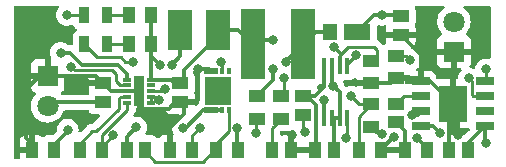
<source format=gbr>
%TF.GenerationSoftware,KiCad,Pcbnew,(6.0.2)*%
%TF.CreationDate,2022-03-10T12:52:18+01:00*%
%TF.ProjectId,SolarCharger,536f6c61-7243-4686-9172-6765722e6b69,rev?*%
%TF.SameCoordinates,Original*%
%TF.FileFunction,Copper,L1,Top*%
%TF.FilePolarity,Positive*%
%FSLAX46Y46*%
G04 Gerber Fmt 4.6, Leading zero omitted, Abs format (unit mm)*
G04 Created by KiCad (PCBNEW (6.0.2)) date 2022-03-10 12:52:18*
%MOMM*%
%LPD*%
G01*
G04 APERTURE LIST*
%TA.AperFunction,SMDPad,CuDef*%
%ADD10R,1.000000X1.450000*%
%TD*%
%TA.AperFunction,SMDPad,CuDef*%
%ADD11R,1.470000X1.020000*%
%TD*%
%TA.AperFunction,SMDPad,CuDef*%
%ADD12R,1.020000X1.470000*%
%TD*%
%TA.AperFunction,SMDPad,CuDef*%
%ADD13R,2.300000X1.400000*%
%TD*%
%TA.AperFunction,SMDPad,CuDef*%
%ADD14R,1.250000X1.400000*%
%TD*%
%TA.AperFunction,SMDPad,CuDef*%
%ADD15R,2.000000X3.500000*%
%TD*%
%TA.AperFunction,SMDPad,CuDef*%
%ADD16R,0.700000X0.300000*%
%TD*%
%TA.AperFunction,SMDPad,CuDef*%
%ADD17R,0.940000X2.500000*%
%TD*%
%TA.AperFunction,SMDPad,CuDef*%
%ADD18R,1.200000X0.500000*%
%TD*%
%TA.AperFunction,SMDPad,CuDef*%
%ADD19R,0.400000X0.500000*%
%TD*%
%TA.AperFunction,SMDPad,CuDef*%
%ADD20R,2.210000X2.400000*%
%TD*%
%TA.AperFunction,SMDPad,CuDef*%
%ADD21R,0.450000X1.400000*%
%TD*%
%TA.AperFunction,SMDPad,CuDef*%
%ADD22R,1.525000X0.650000*%
%TD*%
%TA.AperFunction,SMDPad,CuDef*%
%ADD23R,2.400000X3.100000*%
%TD*%
%TA.AperFunction,ComponentPad*%
%ADD24R,1.800000X1.800000*%
%TD*%
%TA.AperFunction,ComponentPad*%
%ADD25C,1.800000*%
%TD*%
%TA.AperFunction,SMDPad,CuDef*%
%ADD26R,2.010000X6.000000*%
%TD*%
%TA.AperFunction,SMDPad,CuDef*%
%ADD27R,0.900000X1.400000*%
%TD*%
%TA.AperFunction,SMDPad,CuDef*%
%ADD28R,1.450000X1.000000*%
%TD*%
%TA.AperFunction,ViaPad*%
%ADD29C,0.800000*%
%TD*%
%TA.AperFunction,Conductor*%
%ADD30C,0.300000*%
%TD*%
%TA.AperFunction,Conductor*%
%ADD31C,0.250000*%
%TD*%
G04 APERTURE END LIST*
D10*
%TO.P,R6,1*%
%TO.N,Net-(IC2-Pad5)*%
X94750000Y-53700000D03*
%TO.P,R6,2*%
%TO.N,gnd*%
X92850000Y-53700000D03*
%TD*%
D11*
%TO.P,C1,1*%
%TO.N,gnd*%
X87200000Y-48100000D03*
%TO.P,C1,2*%
%TO.N,Vin+*%
X87200000Y-49700000D03*
%TD*%
D12*
%TO.P,C2,1*%
%TO.N,BAT-*%
X89180000Y-53700000D03*
%TO.P,C2,2*%
%TO.N,Net-(C2-Pad2)*%
X90780000Y-53700000D03*
%TD*%
D11*
%TO.P,C3,1*%
%TO.N,BAT+*%
X93720000Y-48100000D03*
%TO.P,C3,2*%
%TO.N,gnd*%
X93720000Y-49700000D03*
%TD*%
D12*
%TO.P,C4,1*%
%TO.N,gnd*%
X103100000Y-53700000D03*
%TO.P,C4,2*%
%TO.N,Net-(C4-Pad2)*%
X101500000Y-53700000D03*
%TD*%
%TO.P,C5,1*%
%TO.N,gnd*%
X105100000Y-53700000D03*
%TO.P,C5,2*%
%TO.N,BAT+*%
X106700000Y-53700000D03*
%TD*%
D11*
%TO.P,C6,1*%
%TO.N,gnd*%
X112000000Y-51400000D03*
%TO.P,C6,2*%
%TO.N,Net-(C6-Pad2)*%
X112000000Y-49800000D03*
%TD*%
%TO.P,C7,1*%
%TO.N,gnd*%
X104140000Y-49190000D03*
%TO.P,C7,2*%
%TO.N,Net-(C7-Pad2)*%
X104140000Y-50790000D03*
%TD*%
D12*
%TO.P,C8,1*%
%TO.N,gnd*%
X116500000Y-53700000D03*
%TO.P,C8,2*%
%TO.N,5V*%
X118100000Y-53700000D03*
%TD*%
D11*
%TO.P,C9,1*%
%TO.N,gnd*%
X112400000Y-44000000D03*
%TO.P,C9,2*%
%TO.N,5V_BF*%
X112400000Y-42400000D03*
%TD*%
D13*
%TO.P,D1,1*%
%TO.N,5V_BF*%
X108700000Y-43700000D03*
D14*
%TO.P,D1,2*%
%TO.N,Net-(D1-Pad2)*%
X106375000Y-43700000D03*
%TD*%
D15*
%TO.P,H1,1,1*%
%TO.N,BAT+*%
X96900000Y-43600000D03*
%TD*%
%TO.P,H2,1,1*%
%TO.N,BAT-*%
X93700000Y-43600000D03*
%TD*%
D16*
%TO.P,IC1,1,VBUS*%
%TO.N,Vin+*%
X89250000Y-47767500D03*
%TO.P,IC1,2,ISET*%
%TO.N,Net-(IC1-Pad2)*%
X89250000Y-48267500D03*
%TO.P,IC1,3,VSS*%
%TO.N,gnd*%
X89250000Y-48767500D03*
%TO.P,IC1,4,VTSB*%
%TO.N,Net-(IC1-Pad4)*%
X89250000Y-49267500D03*
%TO.P,IC1,5,TS*%
%TO.N,Net-(IC1-Pad5)*%
X89250000Y-49767500D03*
%TO.P,IC1,6,~{PG}*%
%TO.N,Net-(IC1-Pad6)*%
X91250000Y-49767500D03*
%TO.P,IC1,7,~{EN}*%
X91250000Y-49267500D03*
%TO.P,IC1,8,~{CHG}*%
%TO.N,Net-(IC1-Pad8)*%
X91250000Y-48767500D03*
%TO.P,IC1,9,VDPM*%
%TO.N,unconnected-(IC1-Pad9)*%
X91250000Y-48267500D03*
%TO.P,IC1,10,BAT*%
%TO.N,BAT+*%
X91250000Y-47767500D03*
D17*
%TO.P,IC1,11,EP*%
%TO.N,gnd*%
X90250000Y-48767500D03*
%TD*%
D18*
%TO.P,IC2,1,S1*%
%TO.N,BAT-*%
X96350000Y-50380000D03*
D19*
%TO.P,IC2,2,VSS*%
X97300000Y-50380000D03*
%TO.P,IC2,3,VDD*%
%TO.N,Net-(C2-Pad2)*%
X97850000Y-50380000D03*
%TO.P,IC2,4,NC*%
%TO.N,unconnected-(IC2-Pad4)*%
X97850000Y-47080000D03*
%TO.P,IC2,5,VM*%
%TO.N,Net-(IC2-Pad5)*%
X97300000Y-47080000D03*
D18*
%TO.P,IC2,6,S2*%
%TO.N,gnd*%
X96350000Y-47080000D03*
D20*
%TO.P,IC2,7,EP*%
%TO.N,unconnected-(IC2-Pad7)*%
X96900000Y-48730000D03*
%TD*%
D21*
%TO.P,IC3,1,COMP*%
%TO.N,Net-(IC3-Pad1)*%
X107875000Y-46600000D03*
%TO.P,IC3,2,FB*%
%TO.N,Net-(IC3-Pad2)*%
X107225000Y-46600000D03*
%TO.P,IC3,3,EN*%
%TO.N,BAT+*%
X106575000Y-46600000D03*
%TO.P,IC3,4,PGND*%
%TO.N,gnd*%
X105925000Y-46600000D03*
%TO.P,IC3,5,SW*%
%TO.N,Net-(D1-Pad2)*%
X105925000Y-51000000D03*
%TO.P,IC3,6,IN*%
%TO.N,BAT+*%
X106575000Y-51000000D03*
%TO.P,IC3,7,FREQ*%
X107225000Y-51000000D03*
%TO.P,IC3,8,SS*%
%TO.N,Net-(C7-Pad2)*%
X107875000Y-51000000D03*
%TD*%
D22*
%TO.P,IC4,1,GND_1*%
%TO.N,gnd*%
X114088000Y-47895000D03*
%TO.P,IC4,2,DVDT*%
%TO.N,Net-(C6-Pad2)*%
X114088000Y-49165000D03*
%TO.P,IC4,3,EN/UVLO*%
%TO.N,Net-(IC4-Pad3)*%
X114088000Y-50435000D03*
%TO.P,IC4,4,IN*%
%TO.N,5V_BF*%
X114088000Y-51705000D03*
%TO.P,IC4,5,OUT*%
%TO.N,5V*%
X119512000Y-51705000D03*
%TO.P,IC4,6,~{FLT}*%
%TO.N,unconnected-(IC4-Pad6)*%
X119512000Y-50435000D03*
%TO.P,IC4,7,ILM*%
%TO.N,Net-(IC4-Pad7)*%
X119512000Y-49165000D03*
%TO.P,IC4,8,OVLO/OVCSEL*%
%TO.N,Net-(IC4-Pad8)*%
X119512000Y-47895000D03*
D23*
%TO.P,IC4,9,GND_2*%
%TO.N,gnd*%
X116800000Y-49800000D03*
%TD*%
D24*
%TO.P,J1,1,1*%
%TO.N,gnd*%
X82500000Y-47460000D03*
D25*
%TO.P,J1,2,2*%
%TO.N,Vin+*%
X82500000Y-50000000D03*
%TD*%
D24*
%TO.P,J2,1,1*%
%TO.N,gnd*%
X116900000Y-45400000D03*
D25*
%TO.P,J2,2,2*%
%TO.N,5V*%
X116900000Y-42860000D03*
%TD*%
D26*
%TO.P,L1,1*%
%TO.N,Net-(D1-Pad2)*%
X104150000Y-44800000D03*
%TO.P,L1,2*%
%TO.N,BAT+*%
X99850000Y-44800000D03*
%TD*%
D27*
%TO.P,LED1,1*%
%TO.N,Net-(IC1-Pad8)*%
X85600000Y-44800000D03*
%TO.P,LED1,2*%
%TO.N,Net-(LED1-Pad2)*%
X87500000Y-44800000D03*
%TD*%
%TO.P,LED2,1*%
%TO.N,Net-(IC1-Pad6)*%
X85600000Y-42300000D03*
%TO.P,LED2,2*%
%TO.N,Net-(LED2-Pad2)*%
X87500000Y-42300000D03*
%TD*%
D10*
%TO.P,R1,1*%
%TO.N,gnd*%
X81150000Y-53700000D03*
%TO.P,R1,2*%
%TO.N,Net-(IC1-Pad2)*%
X83050000Y-53700000D03*
%TD*%
%TO.P,R2,1*%
%TO.N,Net-(IC1-Pad4)*%
X85210000Y-53700000D03*
%TO.P,R2,2*%
%TO.N,Net-(IC1-Pad5)*%
X87110000Y-53700000D03*
%TD*%
%TO.P,R3,1*%
%TO.N,BAT+*%
X98650000Y-53700000D03*
%TO.P,R3,2*%
%TO.N,Net-(C2-Pad2)*%
X96750000Y-53700000D03*
%TD*%
%TO.P,R4,1*%
%TO.N,BAT+*%
X91250000Y-44800000D03*
%TO.P,R4,2*%
%TO.N,Net-(LED1-Pad2)*%
X89350000Y-44800000D03*
%TD*%
%TO.P,R5,1*%
%TO.N,BAT+*%
X91250000Y-42300000D03*
%TO.P,R5,2*%
%TO.N,Net-(LED2-Pad2)*%
X89350000Y-42300000D03*
%TD*%
D28*
%TO.P,R7,1*%
%TO.N,Net-(IC3-Pad1)*%
X102220000Y-49200000D03*
%TO.P,R7,2*%
%TO.N,Net-(C4-Pad2)*%
X102220000Y-51100000D03*
%TD*%
%TO.P,R8,1*%
%TO.N,5V_BF*%
X100200000Y-49200000D03*
%TO.P,R8,2*%
%TO.N,Net-(IC3-Pad2)*%
X100200000Y-51100000D03*
%TD*%
%TO.P,R9,1*%
%TO.N,Net-(IC3-Pad2)*%
X109900000Y-46200000D03*
%TO.P,R9,2*%
%TO.N,gnd*%
X109900000Y-48100000D03*
%TD*%
%TO.P,R10,1*%
%TO.N,5V_BF*%
X109900000Y-51750000D03*
%TO.P,R10,2*%
%TO.N,Net-(IC4-Pad3)*%
X109900000Y-49850000D03*
%TD*%
D10*
%TO.P,R11,1*%
%TO.N,Net-(IC4-Pad3)*%
X108850000Y-53700000D03*
%TO.P,R11,2*%
%TO.N,gnd*%
X110750000Y-53700000D03*
%TD*%
D28*
%TO.P,R12,1*%
%TO.N,Net-(IC4-Pad8)*%
X112000000Y-45750000D03*
%TO.P,R12,2*%
%TO.N,gnd*%
X112000000Y-47650000D03*
%TD*%
D10*
%TO.P,R13,1*%
%TO.N,Net-(IC4-Pad7)*%
X114650000Y-53700000D03*
%TO.P,R13,2*%
%TO.N,gnd*%
X112750000Y-53700000D03*
%TD*%
D29*
%TO.N,Vin+*%
X83600000Y-45500000D03*
%TO.N,gnd*%
X103200000Y-52500000D03*
X95200000Y-46900000D03*
X111800000Y-52600000D03*
X117200000Y-52500000D03*
%TO.N,BAT-*%
X93000000Y-46500000D03*
X93930331Y-51830331D03*
X90000000Y-51825000D03*
%TO.N,BAT+*%
X98550001Y-51895735D03*
X101600000Y-44400000D03*
X106675000Y-48289369D03*
X92000000Y-46500000D03*
%TO.N,Net-(C7-Pad2)*%
X107737764Y-52679577D03*
X104300000Y-52200000D03*
%TO.N,5V*%
X119600000Y-53100000D03*
%TO.N,5V_BF*%
X110800000Y-42300000D03*
X101600000Y-46900000D03*
X110800000Y-52374998D03*
X115750000Y-52300000D03*
%TO.N,Net-(D1-Pad2)*%
X102700000Y-46300000D03*
X105900000Y-49500000D03*
%TO.N,Net-(IC1-Pad8)*%
X89736401Y-46263599D03*
X92400000Y-48600000D03*
%TO.N,Net-(IC1-Pad6)*%
X84100000Y-42300000D03*
X91964998Y-49517501D03*
%TO.N,Net-(IC1-Pad5)*%
X88069998Y-52500000D03*
%TO.N,Net-(IC1-Pad2)*%
X84200000Y-52000000D03*
X84500000Y-46710000D03*
%TO.N,Net-(IC2-Pad5)*%
X97147624Y-46263478D03*
X95400000Y-51830332D03*
%TO.N,Net-(IC3-Pad2)*%
X100100000Y-52300000D03*
X106700000Y-45000000D03*
%TO.N,Net-(IC3-Pad1)*%
X108574998Y-45725000D03*
X102544998Y-47600000D03*
%TO.N,Net-(IC4-Pad8)*%
X119600000Y-46900000D03*
X113200000Y-46100000D03*
%TO.N,Net-(IC4-Pad7)*%
X118149498Y-47668922D03*
X113786658Y-52706671D03*
%TO.N,Net-(IC4-Pad3)*%
X108200000Y-49200000D03*
X113327531Y-50779998D03*
%TD*%
D30*
%TO.N,Vin+*%
X89250000Y-47317500D02*
X88442482Y-46509982D01*
X85409984Y-46509982D02*
X84400002Y-45500000D01*
X82800000Y-49700000D02*
X82500000Y-50000000D01*
X87200000Y-49700000D02*
X82800000Y-49700000D01*
X89250000Y-47767500D02*
X89250000Y-47317500D01*
X84400002Y-45500000D02*
X83600000Y-45500000D01*
X88442482Y-46509982D02*
X85409984Y-46509982D01*
%TO.N,gnd*%
X95035000Y-49700000D02*
X95200000Y-49535000D01*
X93500000Y-51200000D02*
X94000000Y-50700000D01*
X90619999Y-50267501D02*
X90250000Y-49897502D01*
X92732499Y-50267501D02*
X91967501Y-50267501D01*
X104489998Y-49200000D02*
X104100000Y-49200000D01*
X105925000Y-48410000D02*
X105135000Y-49200000D01*
X105185001Y-49895003D02*
X104489998Y-49200000D01*
X93500000Y-51200000D02*
X93300000Y-51200000D01*
X110750000Y-53650000D02*
X111800000Y-52600000D01*
X93300000Y-49700000D02*
X92732499Y-50267501D01*
X91967501Y-50267501D02*
X90619999Y-50267501D01*
X91400000Y-50400000D02*
X90500000Y-50400000D01*
X105135000Y-49200000D02*
X104100000Y-49200000D01*
X93300000Y-49700000D02*
X94335000Y-49700000D01*
X112750000Y-53700000D02*
X112750000Y-52150000D01*
X80700000Y-48600000D02*
X80700000Y-52750000D01*
X92100000Y-51100000D02*
X91400000Y-50400000D01*
X95200000Y-46900000D02*
X96170000Y-46900000D01*
X117200000Y-52500000D02*
X117200000Y-50200000D01*
X116800000Y-49800000D02*
X114895000Y-47895000D01*
X116800000Y-45500000D02*
X116900000Y-45400000D01*
X94000000Y-49700000D02*
X95035000Y-49700000D01*
X105100000Y-53700000D02*
X105185001Y-53614999D01*
X112000000Y-47650000D02*
X113843000Y-47650000D01*
X103100000Y-53700000D02*
X103100000Y-52600000D01*
X105925000Y-46600000D02*
X105925000Y-48410000D01*
X80700000Y-52750000D02*
X81150000Y-53200000D01*
X114376000Y-45400000D02*
X114088000Y-45688000D01*
X92850000Y-53200000D02*
X92850000Y-51850000D01*
X116900000Y-45400000D02*
X114376000Y-45400000D01*
X105185001Y-53614999D02*
X105185001Y-49895003D01*
X116800000Y-49800000D02*
X116800000Y-45500000D01*
X94000000Y-50700000D02*
X94000000Y-49700000D01*
X114895000Y-47895000D02*
X114088000Y-47895000D01*
X93200000Y-51100000D02*
X92100000Y-51100000D01*
X117200000Y-50200000D02*
X116800000Y-49800000D01*
X81840000Y-47460000D02*
X80700000Y-48600000D01*
X116500000Y-50100000D02*
X116800000Y-49800000D01*
X90250000Y-49897502D02*
X90250000Y-48767500D01*
X82500000Y-47460000D02*
X86560000Y-47460000D01*
X82500000Y-47460000D02*
X81840000Y-47460000D01*
X116500000Y-53700000D02*
X116500000Y-50100000D01*
X109900000Y-48100000D02*
X111550000Y-48100000D01*
X91967501Y-50267501D02*
X92200000Y-50500000D01*
X91835002Y-50400000D02*
X91967501Y-50267501D01*
X110750000Y-53700000D02*
X110750000Y-53650000D01*
X86560000Y-47460000D02*
X87200000Y-48100000D01*
X95200000Y-49535000D02*
X95200000Y-46900000D01*
X90250000Y-48767500D02*
X89250000Y-48767500D01*
X114088000Y-47895000D02*
X114088000Y-45688000D01*
X93300000Y-51200000D02*
X93200000Y-51100000D01*
X114088000Y-45688000D02*
X112400000Y-44000000D01*
X112750000Y-52150000D02*
X112000000Y-51400000D01*
X113843000Y-47650000D02*
X114088000Y-47895000D01*
X89250000Y-48767500D02*
X87867500Y-48767500D01*
X103100000Y-52600000D02*
X103200000Y-52500000D01*
X87867500Y-48767500D02*
X87200000Y-48100000D01*
X91400000Y-50400000D02*
X91835002Y-50400000D01*
X96170000Y-46900000D02*
X96350000Y-47080000D01*
X111550000Y-48100000D02*
X112000000Y-47650000D01*
X105100000Y-53700000D02*
X103100000Y-53700000D01*
X112750000Y-53700000D02*
X110750000Y-53700000D01*
X92850000Y-51850000D02*
X93500000Y-51200000D01*
D31*
%TO.N,Net-(C2-Pad2)*%
X95640000Y-54710000D02*
X96690001Y-53659999D01*
X97850000Y-50650000D02*
X97825001Y-50674999D01*
X91575001Y-54710000D02*
X95624999Y-54710000D01*
X97825001Y-50674999D02*
X97825001Y-52124999D01*
X97850000Y-50380000D02*
X97850000Y-50650000D01*
X90699999Y-53839999D02*
X91570000Y-54710000D01*
X97825001Y-52124999D02*
X96750000Y-53200000D01*
D30*
%TO.N,BAT-*%
X96350000Y-50380000D02*
X95620000Y-50380000D01*
X90000000Y-51825000D02*
X89180000Y-52645000D01*
X97300000Y-50380000D02*
X96350000Y-50380000D01*
X95620000Y-50380000D02*
X94169669Y-51830331D01*
X94169669Y-51830331D02*
X93930331Y-51830331D01*
X93700000Y-45800000D02*
X93000000Y-46500000D01*
X89180000Y-52645000D02*
X89180000Y-53200000D01*
X93700000Y-43600000D02*
X93700000Y-45800000D01*
%TO.N,BAT+*%
X107225000Y-51000000D02*
X107225000Y-48839369D01*
X91250000Y-42300000D02*
X91250000Y-44800000D01*
X94000000Y-48100000D02*
X94000000Y-46989998D01*
X91250000Y-47767500D02*
X92967500Y-47767500D01*
X94000000Y-46989998D02*
X96900000Y-44089998D01*
X107225000Y-48839369D02*
X106675000Y-48289369D01*
X93300000Y-48100000D02*
X93600000Y-48100000D01*
X98650000Y-43600000D02*
X99850000Y-44800000D01*
X96900000Y-44089998D02*
X96900000Y-43600000D01*
X106575000Y-48189369D02*
X106675000Y-48289369D01*
X91250000Y-44800000D02*
X91250000Y-47767500D01*
X106575000Y-46600000D02*
X106575000Y-48189369D01*
X106700000Y-53700000D02*
X106700000Y-51125000D01*
X96900000Y-43600000D02*
X98650000Y-43600000D01*
X92967500Y-47767500D02*
X93300000Y-48100000D01*
X101600000Y-44400000D02*
X100250000Y-44400000D01*
X107225000Y-51000000D02*
X106575000Y-51000000D01*
X91250000Y-44800000D02*
X91250000Y-45750000D01*
X91250000Y-45750000D02*
X92000000Y-46500000D01*
X100250000Y-44400000D02*
X99850000Y-44800000D01*
X106700000Y-51125000D02*
X106575000Y-51000000D01*
X98550001Y-51895735D02*
X98550001Y-53100001D01*
X98550001Y-53100001D02*
X98650000Y-53200000D01*
D31*
%TO.N,Net-(C4-Pad2)*%
X102300000Y-51100000D02*
X101500000Y-51900000D01*
X101500000Y-51900000D02*
X101500000Y-53700000D01*
%TO.N,Net-(C6-Pad2)*%
X112635000Y-49165000D02*
X112000000Y-49800000D01*
X114088000Y-49165000D02*
X112635000Y-49165000D01*
%TO.N,Net-(C7-Pad2)*%
X107875000Y-52542341D02*
X107875000Y-51000000D01*
X104100000Y-52000000D02*
X104300000Y-52200000D01*
X107737764Y-52679577D02*
X107875000Y-52542341D01*
X104100000Y-50800000D02*
X104100000Y-52000000D01*
D30*
%TO.N,5V*%
X119512000Y-51705000D02*
X119512000Y-53012000D01*
X119512000Y-53012000D02*
X119600000Y-53100000D01*
X118100000Y-53117000D02*
X119512000Y-51705000D01*
X118100000Y-53700000D02*
X118100000Y-53117000D01*
%TO.N,5V_BF*%
X100200000Y-49200000D02*
X101600000Y-47800000D01*
X112300000Y-42300000D02*
X112400000Y-42400000D01*
X110524998Y-52374998D02*
X109900000Y-51750000D01*
X110800000Y-52374998D02*
X110524998Y-52374998D01*
X110800000Y-42300000D02*
X110100000Y-42300000D01*
X115155000Y-51705000D02*
X115750000Y-52300000D01*
X114088000Y-51705000D02*
X115155000Y-51705000D01*
X110100000Y-42300000D02*
X108700000Y-43700000D01*
X101600000Y-47800000D02*
X101600000Y-46900000D01*
X110800000Y-42300000D02*
X112300000Y-42300000D01*
%TO.N,Net-(D1-Pad2)*%
X106375000Y-43700000D02*
X105250000Y-43700000D01*
X102700000Y-46250000D02*
X104150000Y-44800000D01*
X105925000Y-49525000D02*
X105900000Y-49500000D01*
X105925000Y-51000000D02*
X105925000Y-49525000D01*
X102700000Y-46300000D02*
X102700000Y-46250000D01*
X105250000Y-43700000D02*
X104150000Y-44800000D01*
D31*
%TO.N,Net-(IC1-Pad8)*%
X92232500Y-48767500D02*
X92400000Y-48600000D01*
X89063599Y-46263599D02*
X88700000Y-45900000D01*
X89736401Y-46263599D02*
X89063599Y-46263599D01*
X88700000Y-45900000D02*
X86700000Y-45900000D01*
X91250000Y-48767500D02*
X92232500Y-48767500D01*
X86700000Y-45900000D02*
X86400000Y-45600000D01*
X86400000Y-45600000D02*
X85600000Y-44800000D01*
%TO.N,Net-(IC1-Pad6)*%
X84100000Y-42300000D02*
X85600000Y-42300000D01*
X91250000Y-49267500D02*
X91714997Y-49267500D01*
X91714997Y-49267500D02*
X91964998Y-49517501D01*
X91250000Y-49767500D02*
X91250000Y-49267500D01*
%TO.N,Net-(IC1-Pad5)*%
X87110000Y-53200000D02*
X87369998Y-53200000D01*
X87110000Y-52490000D02*
X89250000Y-50350000D01*
X87110000Y-53200000D02*
X87110000Y-52490000D01*
X89250000Y-50350000D02*
X89250000Y-49767500D01*
X87369998Y-53200000D02*
X88069998Y-52500000D01*
%TO.N,Net-(IC1-Pad4)*%
X89250000Y-49267500D02*
X88650000Y-49267500D01*
X86260001Y-52149999D02*
X85210000Y-53200000D01*
X88500000Y-49417500D02*
X88500000Y-50230002D01*
X88650000Y-49267500D02*
X88500000Y-49417500D01*
X88500000Y-50230002D02*
X86580003Y-52149999D01*
X86580003Y-52149999D02*
X86260001Y-52149999D01*
%TO.N,Net-(IC1-Pad2)*%
X84774992Y-46984992D02*
X84500000Y-46710000D01*
X87914994Y-46984992D02*
X84774992Y-46984992D01*
X88260001Y-47329999D02*
X87914994Y-46984992D01*
X84200000Y-52000000D02*
X84200000Y-52050000D01*
X88650000Y-48267500D02*
X88260001Y-47877501D01*
X84200000Y-52050000D02*
X83050000Y-53200000D01*
X89250000Y-48267500D02*
X88650000Y-48267500D01*
X88260001Y-47877501D02*
X88260001Y-47329999D01*
%TO.N,Net-(IC2-Pad5)*%
X97147624Y-46263478D02*
X97300000Y-46415854D01*
X94750000Y-52480332D02*
X95400000Y-51830332D01*
X97300000Y-46415854D02*
X97300000Y-47080000D01*
X94750000Y-53200000D02*
X94750000Y-52480332D01*
%TO.N,Net-(IC3-Pad2)*%
X107225000Y-46275000D02*
X107200000Y-46250000D01*
X107225000Y-46600000D02*
X107225000Y-46275000D01*
X100100000Y-51200000D02*
X100200000Y-51100000D01*
X107964998Y-45000000D02*
X110100000Y-45000000D01*
X107200000Y-46250000D02*
X107200000Y-45764998D01*
X107200000Y-45764998D02*
X107964998Y-45000000D01*
X110400000Y-45300000D02*
X110400000Y-45700000D01*
X107225000Y-46600000D02*
X107225000Y-45525000D01*
X110100000Y-45000000D02*
X110400000Y-45300000D01*
X100100000Y-52300000D02*
X100100000Y-51200000D01*
X107225000Y-45525000D02*
X106700000Y-45000000D01*
%TO.N,Net-(IC3-Pad1)*%
X102544998Y-47600000D02*
X102544998Y-48955002D01*
X107875000Y-46424998D02*
X108574998Y-45725000D01*
X102544998Y-48955002D02*
X102300000Y-49200000D01*
X107875000Y-46600000D02*
X107875000Y-46424998D01*
%TO.N,Net-(IC4-Pad8)*%
X119600000Y-47807000D02*
X119512000Y-47895000D01*
X112000000Y-45750000D02*
X112850000Y-45750000D01*
X112850000Y-45750000D02*
X113200000Y-46100000D01*
X119600000Y-46900000D02*
X119600000Y-47807000D01*
%TO.N,Net-(IC4-Pad7)*%
X118149498Y-47668922D02*
X118424499Y-47943923D01*
X118499500Y-49165000D02*
X119512000Y-49165000D01*
X118424499Y-49089999D02*
X118499500Y-49165000D01*
X114650000Y-53700000D02*
X114650000Y-53570013D01*
X118424499Y-47943923D02*
X118424499Y-49089999D01*
X114650000Y-53570013D02*
X113786658Y-52706671D01*
%TO.N,Net-(IC4-Pad3)*%
X113327531Y-50779998D02*
X113743002Y-50779998D01*
X108850000Y-49850000D02*
X108200000Y-49200000D01*
X108850000Y-50900000D02*
X109900000Y-49850000D01*
X109900000Y-49850000D02*
X108850000Y-49850000D01*
X108850000Y-53700000D02*
X108850000Y-50900000D01*
X113743002Y-50779998D02*
X114088000Y-50435000D01*
%TO.N,Net-(LED1-Pad2)*%
X89350000Y-44800000D02*
X87500000Y-44800000D01*
%TO.N,Net-(LED2-Pad2)*%
X89350000Y-42300000D02*
X87500000Y-42300000D01*
%TD*%
%TA.AperFunction,Conductor*%
%TO.N,gnd*%
G36*
X83375734Y-41528002D02*
G01*
X83422227Y-41581658D01*
X83432331Y-41651932D01*
X83401251Y-41718309D01*
X83360960Y-41763056D01*
X83265473Y-41928444D01*
X83206458Y-42110072D01*
X83186496Y-42300000D01*
X83187186Y-42306565D01*
X83198882Y-42417842D01*
X83206458Y-42489928D01*
X83265473Y-42671556D01*
X83360960Y-42836944D01*
X83365378Y-42841851D01*
X83365379Y-42841852D01*
X83484325Y-42973955D01*
X83488747Y-42978866D01*
X83643248Y-43091118D01*
X83649276Y-43093802D01*
X83649278Y-43093803D01*
X83794975Y-43158671D01*
X83817712Y-43168794D01*
X83893546Y-43184913D01*
X83998056Y-43207128D01*
X83998061Y-43207128D01*
X84004513Y-43208500D01*
X84195487Y-43208500D01*
X84201939Y-43207128D01*
X84201944Y-43207128D01*
X84306454Y-43184913D01*
X84382288Y-43168794D01*
X84409441Y-43156705D01*
X84506744Y-43113383D01*
X84577111Y-43103949D01*
X84641408Y-43134056D01*
X84675975Y-43184260D01*
X84689989Y-43221641D01*
X84699385Y-43246705D01*
X84786739Y-43363261D01*
X84793919Y-43368642D01*
X84793920Y-43368643D01*
X84901372Y-43449174D01*
X84943887Y-43506033D01*
X84948913Y-43576852D01*
X84914853Y-43639145D01*
X84901372Y-43650826D01*
X84803907Y-43723872D01*
X84786739Y-43736739D01*
X84699385Y-43853295D01*
X84648255Y-43989684D01*
X84641500Y-44051866D01*
X84641500Y-44719708D01*
X84621498Y-44787829D01*
X84567842Y-44834322D01*
X84498762Y-44844254D01*
X84498735Y-44844465D01*
X84497969Y-44844368D01*
X84497568Y-44844426D01*
X84496087Y-44844131D01*
X84490870Y-44843472D01*
X84483190Y-44841500D01*
X84461743Y-44841500D01*
X84442033Y-44839949D01*
X84428679Y-44837834D01*
X84420850Y-44836594D01*
X84374861Y-44840941D01*
X84363006Y-44841500D01*
X84280224Y-44841500D01*
X84212103Y-44821498D01*
X84206163Y-44817436D01*
X84205909Y-44817251D01*
X84132132Y-44763649D01*
X84062094Y-44712763D01*
X84062093Y-44712762D01*
X84056752Y-44708882D01*
X84050724Y-44706198D01*
X84050722Y-44706197D01*
X83888319Y-44633891D01*
X83888318Y-44633891D01*
X83882288Y-44631206D01*
X83788888Y-44611353D01*
X83701944Y-44592872D01*
X83701939Y-44592872D01*
X83695487Y-44591500D01*
X83504513Y-44591500D01*
X83498061Y-44592872D01*
X83498056Y-44592872D01*
X83411112Y-44611353D01*
X83317712Y-44631206D01*
X83311682Y-44633891D01*
X83311681Y-44633891D01*
X83149278Y-44706197D01*
X83149276Y-44706198D01*
X83143248Y-44708882D01*
X82988747Y-44821134D01*
X82984326Y-44826044D01*
X82984325Y-44826045D01*
X82940177Y-44875077D01*
X82860960Y-44963056D01*
X82765473Y-45128444D01*
X82706458Y-45310072D01*
X82705768Y-45316633D01*
X82705768Y-45316635D01*
X82700706Y-45364801D01*
X82686496Y-45500000D01*
X82687186Y-45506565D01*
X82699228Y-45621134D01*
X82706458Y-45689928D01*
X82765473Y-45871556D01*
X82768776Y-45877278D01*
X82768777Y-45877279D01*
X82781245Y-45898874D01*
X82797983Y-45967870D01*
X82774762Y-46034961D01*
X82767350Y-46044386D01*
X82755672Y-46057864D01*
X82754000Y-46065548D01*
X82754000Y-47588000D01*
X82733998Y-47656121D01*
X82680342Y-47702614D01*
X82628000Y-47714000D01*
X81110116Y-47714000D01*
X81094877Y-47718475D01*
X81093672Y-47719865D01*
X81092001Y-47727548D01*
X81092001Y-48404669D01*
X81092371Y-48411490D01*
X81097895Y-48462352D01*
X81101521Y-48477604D01*
X81146676Y-48598054D01*
X81155214Y-48613649D01*
X81231715Y-48715724D01*
X81244276Y-48728285D01*
X81346351Y-48804786D01*
X81361946Y-48813324D01*
X81421540Y-48835665D01*
X81478304Y-48878307D01*
X81503004Y-48944868D01*
X81487796Y-49014217D01*
X81468404Y-49040698D01*
X81401639Y-49110564D01*
X81398725Y-49114836D01*
X81398724Y-49114837D01*
X81347528Y-49189888D01*
X81271119Y-49301899D01*
X81173602Y-49511981D01*
X81111707Y-49735169D01*
X81087095Y-49965469D01*
X81087392Y-49970622D01*
X81087392Y-49970625D01*
X81098069Y-50155797D01*
X81100427Y-50196697D01*
X81101564Y-50201743D01*
X81101565Y-50201749D01*
X81125650Y-50308619D01*
X81151346Y-50422642D01*
X81153288Y-50427424D01*
X81153289Y-50427428D01*
X81212506Y-50573261D01*
X81238484Y-50637237D01*
X81287976Y-50718000D01*
X81345423Y-50811745D01*
X81359501Y-50834719D01*
X81511147Y-51009784D01*
X81611227Y-51092872D01*
X81675382Y-51146134D01*
X81689349Y-51157730D01*
X81889322Y-51274584D01*
X82105694Y-51357209D01*
X82110760Y-51358240D01*
X82110761Y-51358240D01*
X82163846Y-51369040D01*
X82332656Y-51403385D01*
X82463324Y-51408176D01*
X82558949Y-51411683D01*
X82558953Y-51411683D01*
X82564113Y-51411872D01*
X82569233Y-51411216D01*
X82569235Y-51411216D01*
X82642270Y-51401860D01*
X82793847Y-51382442D01*
X82798795Y-51380957D01*
X82798802Y-51380956D01*
X83010747Y-51317369D01*
X83015690Y-51315886D01*
X83020324Y-51313616D01*
X83219049Y-51216262D01*
X83219052Y-51216260D01*
X83223684Y-51213991D01*
X83412243Y-51079494D01*
X83576303Y-50916005D01*
X83587897Y-50899871D01*
X83653816Y-50808134D01*
X83711458Y-50727917D01*
X83716360Y-50718000D01*
X83796506Y-50555834D01*
X83814078Y-50520280D01*
X83831284Y-50463649D01*
X83836078Y-50447871D01*
X83875019Y-50388507D01*
X83939873Y-50359620D01*
X83956636Y-50358500D01*
X85890242Y-50358500D01*
X85958363Y-50378502D01*
X86004856Y-50432158D01*
X86008219Y-50440256D01*
X86014385Y-50456705D01*
X86019765Y-50463884D01*
X86019767Y-50463887D01*
X86033556Y-50482285D01*
X86101739Y-50573261D01*
X86218295Y-50660615D01*
X86354684Y-50711745D01*
X86416866Y-50718500D01*
X86811408Y-50718500D01*
X86879529Y-50738502D01*
X86926022Y-50792158D01*
X86936126Y-50862432D01*
X86906632Y-50927012D01*
X86900503Y-50933595D01*
X86355067Y-51479031D01*
X86292755Y-51513057D01*
X86269929Y-51515874D01*
X86256641Y-51516291D01*
X86252001Y-51516437D01*
X86248046Y-51516499D01*
X86220145Y-51516499D01*
X86216155Y-51517003D01*
X86204321Y-51517935D01*
X86160112Y-51519325D01*
X86152496Y-51521538D01*
X86152494Y-51521538D01*
X86140653Y-51524978D01*
X86121294Y-51528987D01*
X86121152Y-51529005D01*
X86101204Y-51531525D01*
X86093838Y-51534441D01*
X86093832Y-51534443D01*
X86060099Y-51547799D01*
X86048869Y-51551644D01*
X86014018Y-51561769D01*
X86006408Y-51563980D01*
X85999585Y-51568015D01*
X85988967Y-51574294D01*
X85971214Y-51582991D01*
X85970598Y-51583235D01*
X85952384Y-51590447D01*
X85945969Y-51595108D01*
X85916613Y-51616436D01*
X85906696Y-51622950D01*
X85868639Y-51645457D01*
X85854318Y-51659778D01*
X85839285Y-51672618D01*
X85822894Y-51684527D01*
X85817844Y-51690631D01*
X85817839Y-51690636D01*
X85794708Y-51718597D01*
X85786718Y-51727377D01*
X85318053Y-52196042D01*
X85255741Y-52230068D01*
X85184926Y-52225003D01*
X85128090Y-52182456D01*
X85103279Y-52115936D01*
X85103648Y-52093777D01*
X85112814Y-52006565D01*
X85113504Y-52000000D01*
X85098579Y-51857999D01*
X85094232Y-51816635D01*
X85094232Y-51816633D01*
X85093542Y-51810072D01*
X85034527Y-51628444D01*
X85015281Y-51595108D01*
X84969895Y-51516499D01*
X84939040Y-51463056D01*
X84930386Y-51453444D01*
X84815675Y-51326045D01*
X84815674Y-51326044D01*
X84811253Y-51321134D01*
X84656752Y-51208882D01*
X84650724Y-51206198D01*
X84650722Y-51206197D01*
X84488319Y-51133891D01*
X84488318Y-51133891D01*
X84482288Y-51131206D01*
X84388887Y-51111353D01*
X84301944Y-51092872D01*
X84301939Y-51092872D01*
X84295487Y-51091500D01*
X84104513Y-51091500D01*
X84098061Y-51092872D01*
X84098056Y-51092872D01*
X84011113Y-51111353D01*
X83917712Y-51131206D01*
X83911682Y-51133891D01*
X83911681Y-51133891D01*
X83749278Y-51206197D01*
X83749276Y-51206198D01*
X83743248Y-51208882D01*
X83588747Y-51321134D01*
X83584326Y-51326044D01*
X83584325Y-51326045D01*
X83469615Y-51453444D01*
X83460960Y-51463056D01*
X83430105Y-51516499D01*
X83384720Y-51595108D01*
X83365473Y-51628444D01*
X83306458Y-51810072D01*
X83305768Y-51816633D01*
X83305768Y-51816635D01*
X83301421Y-51857999D01*
X83286496Y-52000000D01*
X83287186Y-52006565D01*
X83287186Y-52013170D01*
X83284497Y-52013170D01*
X83273857Y-52071268D01*
X83250428Y-52103667D01*
X82924500Y-52429595D01*
X82862188Y-52463621D01*
X82835405Y-52466500D01*
X82501866Y-52466500D01*
X82439684Y-52473255D01*
X82303295Y-52524385D01*
X82186739Y-52611739D01*
X82185608Y-52613248D01*
X82126426Y-52645565D01*
X82055611Y-52640500D01*
X82010548Y-52611539D01*
X82005724Y-52606715D01*
X81903649Y-52530214D01*
X81888054Y-52521676D01*
X81767606Y-52476522D01*
X81752351Y-52472895D01*
X81701486Y-52467369D01*
X81694672Y-52467000D01*
X81422115Y-52467000D01*
X81406876Y-52471475D01*
X81405671Y-52472865D01*
X81404000Y-52480548D01*
X81404000Y-53828000D01*
X81383998Y-53896121D01*
X81330342Y-53942614D01*
X81278000Y-53954000D01*
X80160116Y-53954000D01*
X80144877Y-53958475D01*
X80143672Y-53959865D01*
X80142001Y-53967548D01*
X80142001Y-54366000D01*
X80121999Y-54434121D01*
X80068343Y-54480614D01*
X80016001Y-54492000D01*
X79734000Y-54492000D01*
X79665879Y-54471998D01*
X79619386Y-54418342D01*
X79608000Y-54366000D01*
X79608000Y-53427885D01*
X80142000Y-53427885D01*
X80146475Y-53443124D01*
X80147865Y-53444329D01*
X80155548Y-53446000D01*
X80877885Y-53446000D01*
X80893124Y-53441525D01*
X80894329Y-53440135D01*
X80896000Y-53432452D01*
X80896000Y-52485116D01*
X80891525Y-52469877D01*
X80890135Y-52468672D01*
X80882452Y-52467001D01*
X80605331Y-52467001D01*
X80598510Y-52467371D01*
X80547648Y-52472895D01*
X80532396Y-52476521D01*
X80411946Y-52521676D01*
X80396351Y-52530214D01*
X80294276Y-52606715D01*
X80281715Y-52619276D01*
X80205214Y-52721351D01*
X80196676Y-52736946D01*
X80151522Y-52857394D01*
X80147895Y-52872649D01*
X80142369Y-52923514D01*
X80142000Y-52930328D01*
X80142000Y-53427885D01*
X79608000Y-53427885D01*
X79608000Y-47187885D01*
X81092000Y-47187885D01*
X81096475Y-47203124D01*
X81097865Y-47204329D01*
X81105548Y-47206000D01*
X82227885Y-47206000D01*
X82243124Y-47201525D01*
X82244329Y-47200135D01*
X82246000Y-47192452D01*
X82246000Y-46070116D01*
X82241525Y-46054877D01*
X82240135Y-46053672D01*
X82232452Y-46052001D01*
X81555331Y-46052001D01*
X81548510Y-46052371D01*
X81497648Y-46057895D01*
X81482396Y-46061521D01*
X81361946Y-46106676D01*
X81346351Y-46115214D01*
X81244276Y-46191715D01*
X81231715Y-46204276D01*
X81155214Y-46306351D01*
X81146676Y-46321946D01*
X81101522Y-46442394D01*
X81097895Y-46457649D01*
X81092369Y-46508514D01*
X81092000Y-46515328D01*
X81092000Y-47187885D01*
X79608000Y-47187885D01*
X79608000Y-41634000D01*
X79628002Y-41565879D01*
X79681658Y-41519386D01*
X79734000Y-41508000D01*
X83307613Y-41508000D01*
X83375734Y-41528002D01*
G37*
%TD.AperFunction*%
%TA.AperFunction,Conductor*%
G36*
X103340157Y-52051863D02*
G01*
X103382767Y-52108651D01*
X103390071Y-52165985D01*
X103386496Y-52200000D01*
X103400633Y-52334500D01*
X103402087Y-52348336D01*
X103389315Y-52418175D01*
X103372001Y-52444020D01*
X103355671Y-52462865D01*
X103354000Y-52470548D01*
X103354000Y-53427885D01*
X103358475Y-53443124D01*
X103359865Y-53444329D01*
X103367548Y-53446000D01*
X105228000Y-53446000D01*
X105296121Y-53466002D01*
X105342614Y-53519658D01*
X105354000Y-53572000D01*
X105354000Y-53828000D01*
X105333998Y-53896121D01*
X105280342Y-53942614D01*
X105228000Y-53954000D01*
X102972000Y-53954000D01*
X102903879Y-53933998D01*
X102857386Y-53880342D01*
X102846000Y-53828000D01*
X102846000Y-52475116D01*
X102841525Y-52459877D01*
X102840135Y-52458672D01*
X102832452Y-52457001D01*
X102545331Y-52457001D01*
X102538510Y-52457371D01*
X102487648Y-52462895D01*
X102472397Y-52466521D01*
X102344942Y-52514302D01*
X102274135Y-52519485D01*
X102256489Y-52514304D01*
X102215269Y-52498851D01*
X102158505Y-52456210D01*
X102133806Y-52389648D01*
X102133500Y-52380870D01*
X102133500Y-52234500D01*
X102153502Y-52166379D01*
X102207158Y-52119886D01*
X102259500Y-52108500D01*
X102993134Y-52108500D01*
X103055316Y-52101745D01*
X103118298Y-52078134D01*
X103183301Y-52053766D01*
X103183304Y-52053764D01*
X103191705Y-52050615D01*
X103198887Y-52045233D01*
X103204252Y-52042295D01*
X103273609Y-52027126D01*
X103340157Y-52051863D01*
G37*
%TD.AperFunction*%
%TA.AperFunction,Conductor*%
G36*
X112946121Y-53466002D02*
G01*
X112992614Y-53519658D01*
X113004000Y-53572000D01*
X113004000Y-53828000D01*
X112983998Y-53896121D01*
X112930342Y-53942614D01*
X112878000Y-53954000D01*
X110622000Y-53954000D01*
X110553879Y-53933998D01*
X110507386Y-53880342D01*
X110496000Y-53828000D01*
X110496000Y-53572000D01*
X110516002Y-53503879D01*
X110569658Y-53457386D01*
X110622000Y-53446000D01*
X112878000Y-53446000D01*
X112946121Y-53466002D01*
G37*
%TD.AperFunction*%
%TA.AperFunction,Conductor*%
G36*
X90333621Y-48533502D02*
G01*
X90380114Y-48587158D01*
X90391500Y-48639500D01*
X90391500Y-48965634D01*
X90391869Y-48969029D01*
X90391869Y-48969033D01*
X90395656Y-49003893D01*
X90395656Y-49031107D01*
X90392451Y-49060615D01*
X90391500Y-49069366D01*
X90391500Y-49465634D01*
X90391869Y-49469029D01*
X90391869Y-49469033D01*
X90395656Y-49503893D01*
X90395656Y-49531106D01*
X90391500Y-49569366D01*
X90391500Y-49965634D01*
X90398255Y-50027816D01*
X90449385Y-50164205D01*
X90477523Y-50201749D01*
X90478826Y-50203488D01*
X90503674Y-50269994D01*
X90504000Y-50279053D01*
X90504000Y-50507384D01*
X90508475Y-50522623D01*
X90509865Y-50523828D01*
X90517548Y-50525499D01*
X90764669Y-50525499D01*
X90771490Y-50525129D01*
X90822352Y-50519605D01*
X90837604Y-50515979D01*
X90958054Y-50470824D01*
X90973644Y-50462288D01*
X90988474Y-50451174D01*
X91054981Y-50426326D01*
X91064040Y-50426000D01*
X91648134Y-50426000D01*
X91710316Y-50419245D01*
X91721971Y-50414876D01*
X91792399Y-50409611D01*
X91863045Y-50424628D01*
X91863058Y-50424629D01*
X91869511Y-50426001D01*
X92060485Y-50426001D01*
X92066937Y-50424629D01*
X92066942Y-50424629D01*
X92153886Y-50406148D01*
X92247286Y-50386295D01*
X92253313Y-50383612D01*
X92253321Y-50383609D01*
X92348903Y-50341053D01*
X92419270Y-50331619D01*
X92483567Y-50361726D01*
X92518132Y-50411929D01*
X92531674Y-50448050D01*
X92540214Y-50463649D01*
X92616715Y-50565724D01*
X92629276Y-50578285D01*
X92731351Y-50654786D01*
X92746946Y-50663324D01*
X92867394Y-50708478D01*
X92882649Y-50712105D01*
X92933514Y-50717631D01*
X92940328Y-50718000D01*
X93604274Y-50718000D01*
X93672395Y-50738002D01*
X93718888Y-50791658D01*
X93728992Y-50861932D01*
X93699498Y-50926512D01*
X93647730Y-50960834D01*
X93648043Y-50961537D01*
X93642016Y-50964220D01*
X93642011Y-50964222D01*
X93479609Y-51036528D01*
X93479607Y-51036529D01*
X93473579Y-51039213D01*
X93468238Y-51043093D01*
X93468237Y-51043094D01*
X93423153Y-51075850D01*
X93319078Y-51151465D01*
X93314657Y-51156375D01*
X93314656Y-51156376D01*
X93210569Y-51271977D01*
X93191291Y-51293387D01*
X93154443Y-51357209D01*
X93122884Y-51411872D01*
X93095804Y-51458775D01*
X93036789Y-51640403D01*
X93036099Y-51646964D01*
X93036099Y-51646966D01*
X93018956Y-51810072D01*
X93016827Y-51830331D01*
X93017517Y-51836896D01*
X93030681Y-51962141D01*
X93036789Y-52020259D01*
X93095804Y-52201887D01*
X93099107Y-52207609D01*
X93099108Y-52207610D01*
X93150383Y-52296421D01*
X93167121Y-52365417D01*
X93143900Y-52432508D01*
X93130533Y-52443020D01*
X93131104Y-52443514D01*
X93105671Y-52472865D01*
X93104000Y-52480548D01*
X93104000Y-53828000D01*
X93083998Y-53896121D01*
X93030342Y-53942614D01*
X92978000Y-53954000D01*
X92722000Y-53954000D01*
X92653879Y-53933998D01*
X92607386Y-53880342D01*
X92596000Y-53828000D01*
X92596000Y-52485116D01*
X92591525Y-52469877D01*
X92590135Y-52468672D01*
X92582452Y-52467001D01*
X92305331Y-52467001D01*
X92298510Y-52467371D01*
X92247648Y-52472895D01*
X92232396Y-52476521D01*
X92111946Y-52521676D01*
X92096351Y-52530214D01*
X91994276Y-52606715D01*
X91981715Y-52619276D01*
X91924886Y-52695103D01*
X91868027Y-52737618D01*
X91797209Y-52742644D01*
X91734915Y-52708584D01*
X91723234Y-52695103D01*
X91658643Y-52608920D01*
X91658642Y-52608919D01*
X91653261Y-52601739D01*
X91536705Y-52514385D01*
X91400316Y-52463255D01*
X91338134Y-52456500D01*
X90902686Y-52456500D01*
X90834565Y-52436498D01*
X90788072Y-52382842D01*
X90777968Y-52312568D01*
X90793566Y-52267503D01*
X90834527Y-52196556D01*
X90893542Y-52014928D01*
X90898973Y-51963261D01*
X90912814Y-51831565D01*
X90913504Y-51825000D01*
X90894792Y-51646966D01*
X90894232Y-51641635D01*
X90894232Y-51641633D01*
X90893542Y-51635072D01*
X90834527Y-51453444D01*
X90805735Y-51403574D01*
X90779561Y-51358240D01*
X90739040Y-51288056D01*
X90724563Y-51271977D01*
X90615675Y-51151045D01*
X90615674Y-51151044D01*
X90611253Y-51146134D01*
X90503188Y-51067620D01*
X90462094Y-51037763D01*
X90462093Y-51037762D01*
X90456752Y-51033882D01*
X90450724Y-51031198D01*
X90450722Y-51031197D01*
X90288319Y-50958891D01*
X90288318Y-50958891D01*
X90282288Y-50956206D01*
X90188887Y-50936353D01*
X90101944Y-50917872D01*
X90101939Y-50917872D01*
X90095487Y-50916500D01*
X89904513Y-50916500D01*
X89898056Y-50917872D01*
X89898051Y-50917873D01*
X89896743Y-50918151D01*
X89895968Y-50918092D01*
X89891485Y-50918563D01*
X89891399Y-50917743D01*
X89825952Y-50912748D01*
X89769320Y-50869930D01*
X89744828Y-50803292D01*
X89760250Y-50733991D01*
X89764040Y-50728032D01*
X89766586Y-50725321D01*
X89774050Y-50711745D01*
X89776348Y-50707566D01*
X89787199Y-50691047D01*
X89794758Y-50681301D01*
X89799614Y-50675041D01*
X89802759Y-50667772D01*
X89802762Y-50667768D01*
X89817174Y-50634463D01*
X89822396Y-50623803D01*
X89840539Y-50590800D01*
X89890883Y-50540741D01*
X89950954Y-50525500D01*
X89977885Y-50525500D01*
X89993124Y-50521025D01*
X89994329Y-50519635D01*
X89996000Y-50511952D01*
X89996000Y-50279053D01*
X90016002Y-50210932D01*
X90021174Y-50203488D01*
X90022477Y-50201749D01*
X90050615Y-50164205D01*
X90101745Y-50027816D01*
X90108500Y-49965634D01*
X90108500Y-49569366D01*
X90104344Y-49531106D01*
X90104344Y-49503893D01*
X90108131Y-49469033D01*
X90108131Y-49469029D01*
X90108500Y-49465634D01*
X90108500Y-49069366D01*
X90101745Y-49007184D01*
X90050615Y-48870795D01*
X90029832Y-48843064D01*
X90004985Y-48776557D01*
X90020039Y-48707175D01*
X90029832Y-48691936D01*
X90033911Y-48686494D01*
X90050615Y-48664205D01*
X90056514Y-48648469D01*
X90076458Y-48595270D01*
X90119100Y-48538506D01*
X90185662Y-48513806D01*
X90194440Y-48513500D01*
X90265500Y-48513500D01*
X90333621Y-48533502D01*
G37*
%TD.AperFunction*%
%TA.AperFunction,Conductor*%
G36*
X116045166Y-41528002D02*
G01*
X116091659Y-41581658D01*
X116101763Y-41651932D01*
X116072269Y-41716512D01*
X116052698Y-41734760D01*
X115982402Y-41787540D01*
X115961655Y-41803117D01*
X115801639Y-41970564D01*
X115798725Y-41974836D01*
X115798724Y-41974837D01*
X115783152Y-41997665D01*
X115671119Y-42161899D01*
X115573602Y-42371981D01*
X115511707Y-42595169D01*
X115487095Y-42825469D01*
X115487392Y-42830622D01*
X115487392Y-42830625D01*
X115493067Y-42929041D01*
X115500427Y-43056697D01*
X115501564Y-43061743D01*
X115501565Y-43061749D01*
X115525998Y-43170166D01*
X115551346Y-43282642D01*
X115553288Y-43287424D01*
X115553289Y-43287428D01*
X115619553Y-43450615D01*
X115638484Y-43497237D01*
X115759501Y-43694719D01*
X115800046Y-43741525D01*
X115871653Y-43824191D01*
X115901135Y-43888776D01*
X115891020Y-43959049D01*
X115844519Y-44012697D01*
X115820646Y-44024670D01*
X115761944Y-44046677D01*
X115746351Y-44055214D01*
X115644276Y-44131715D01*
X115631715Y-44144276D01*
X115555214Y-44246351D01*
X115546676Y-44261946D01*
X115501522Y-44382394D01*
X115497895Y-44397649D01*
X115492369Y-44448514D01*
X115492000Y-44455328D01*
X115492000Y-45127885D01*
X115496475Y-45143124D01*
X115497865Y-45144329D01*
X115505548Y-45146000D01*
X118289884Y-45146000D01*
X118305123Y-45141525D01*
X118306328Y-45140135D01*
X118307999Y-45132452D01*
X118307999Y-44455331D01*
X118307629Y-44448510D01*
X118302105Y-44397648D01*
X118298479Y-44382396D01*
X118253324Y-44261946D01*
X118244786Y-44246351D01*
X118168285Y-44144276D01*
X118155724Y-44131715D01*
X118053649Y-44055214D01*
X118038052Y-44046675D01*
X117979415Y-44024693D01*
X117922650Y-43982052D01*
X117897950Y-43915490D01*
X117913157Y-43846141D01*
X117934703Y-43817461D01*
X117972641Y-43779654D01*
X117976303Y-43776005D01*
X118111458Y-43587917D01*
X118118705Y-43573255D01*
X118211784Y-43384922D01*
X118211785Y-43384920D01*
X118214078Y-43380280D01*
X118281408Y-43158671D01*
X118311640Y-42929041D01*
X118313327Y-42860000D01*
X118297834Y-42671556D01*
X118294773Y-42634318D01*
X118294772Y-42634312D01*
X118294349Y-42629167D01*
X118260952Y-42496206D01*
X118239184Y-42409544D01*
X118239183Y-42409540D01*
X118237925Y-42404533D01*
X118235866Y-42399797D01*
X118147630Y-42196868D01*
X118147628Y-42196865D01*
X118145570Y-42192131D01*
X118019764Y-41997665D01*
X117863887Y-41826358D01*
X117859836Y-41823159D01*
X117859832Y-41823155D01*
X117754138Y-41739684D01*
X117745524Y-41732881D01*
X117704462Y-41674965D01*
X117701230Y-41604042D01*
X117736855Y-41542631D01*
X117800026Y-41510228D01*
X117823617Y-41508000D01*
X119866000Y-41508000D01*
X119934121Y-41528002D01*
X119980614Y-41581658D01*
X119992000Y-41634000D01*
X119992000Y-45898928D01*
X119971998Y-45967049D01*
X119918342Y-46013542D01*
X119848068Y-46023646D01*
X119839803Y-46022175D01*
X119701944Y-45992872D01*
X119701939Y-45992872D01*
X119695487Y-45991500D01*
X119504513Y-45991500D01*
X119498061Y-45992872D01*
X119498056Y-45992872D01*
X119411112Y-46011353D01*
X119317712Y-46031206D01*
X119311682Y-46033891D01*
X119311681Y-46033891D01*
X119149278Y-46106197D01*
X119149276Y-46106198D01*
X119143248Y-46108882D01*
X118988747Y-46221134D01*
X118984326Y-46226044D01*
X118984325Y-46226045D01*
X118871378Y-46351486D01*
X118860960Y-46363056D01*
X118815154Y-46442394D01*
X118770307Y-46520072D01*
X118765473Y-46528444D01*
X118706458Y-46710072D01*
X118705768Y-46716633D01*
X118705768Y-46716635D01*
X118703265Y-46740452D01*
X118676252Y-46806109D01*
X118618030Y-46846739D01*
X118547085Y-46849442D01*
X118526706Y-46842389D01*
X118437817Y-46802813D01*
X118437816Y-46802813D01*
X118431786Y-46800128D01*
X118304040Y-46772975D01*
X118241568Y-46739247D01*
X118207246Y-46677097D01*
X118211974Y-46606258D01*
X118229410Y-46574165D01*
X118244787Y-46553647D01*
X118253324Y-46538054D01*
X118298478Y-46417606D01*
X118302105Y-46402351D01*
X118307631Y-46351486D01*
X118308000Y-46344672D01*
X118308000Y-45672115D01*
X118303525Y-45656876D01*
X118302135Y-45655671D01*
X118294452Y-45654000D01*
X117172115Y-45654000D01*
X117156876Y-45658475D01*
X117155671Y-45659865D01*
X117154000Y-45667548D01*
X117154000Y-46789884D01*
X117158475Y-46805123D01*
X117159865Y-46806328D01*
X117167548Y-46807999D01*
X117419170Y-46807999D01*
X117487291Y-46828001D01*
X117533784Y-46881657D01*
X117543888Y-46951931D01*
X117512806Y-47018309D01*
X117468159Y-47067895D01*
X117410458Y-47131978D01*
X117314971Y-47297366D01*
X117255956Y-47478994D01*
X117255266Y-47485555D01*
X117255266Y-47485557D01*
X117240172Y-47629170D01*
X117213159Y-47694827D01*
X117154937Y-47735457D01*
X117114862Y-47742000D01*
X117072115Y-47742000D01*
X117056876Y-47746475D01*
X117055671Y-47747865D01*
X117054000Y-47755548D01*
X117054000Y-51839884D01*
X117058475Y-51855123D01*
X117059865Y-51856328D01*
X117067548Y-51857999D01*
X118044669Y-51857999D01*
X118051488Y-51857630D01*
X118101394Y-51852209D01*
X118171277Y-51864738D01*
X118223292Y-51913060D01*
X118241000Y-51977472D01*
X118241000Y-51992550D01*
X118220998Y-52060671D01*
X118204095Y-52081645D01*
X117866145Y-52419595D01*
X117803833Y-52453621D01*
X117777050Y-52456500D01*
X117541866Y-52456500D01*
X117479684Y-52463255D01*
X117343516Y-52514302D01*
X117272711Y-52519485D01*
X117255058Y-52514302D01*
X117127606Y-52466522D01*
X117112351Y-52462895D01*
X117061486Y-52457369D01*
X117054672Y-52457000D01*
X116786940Y-52457000D01*
X116718819Y-52436998D01*
X116672326Y-52383342D01*
X116661630Y-52317829D01*
X116662814Y-52306564D01*
X116663504Y-52300000D01*
X116652532Y-52195603D01*
X116644232Y-52116635D01*
X116644232Y-52116633D01*
X116643542Y-52110072D01*
X116584527Y-51928444D01*
X116562881Y-51890952D01*
X116546000Y-51827952D01*
X116546000Y-47760116D01*
X116541525Y-47744877D01*
X116540135Y-47743672D01*
X116532452Y-47742001D01*
X115555331Y-47742001D01*
X115548509Y-47742371D01*
X115498104Y-47747845D01*
X115428221Y-47735315D01*
X115376207Y-47686994D01*
X115358499Y-47622582D01*
X115358499Y-47525331D01*
X115358129Y-47518510D01*
X115352605Y-47467648D01*
X115348979Y-47452396D01*
X115303824Y-47331946D01*
X115295286Y-47316351D01*
X115218785Y-47214276D01*
X115206224Y-47201715D01*
X115104149Y-47125214D01*
X115088554Y-47116676D01*
X114968106Y-47071522D01*
X114952851Y-47067895D01*
X114901986Y-47062369D01*
X114895172Y-47062000D01*
X114360115Y-47062000D01*
X114344876Y-47066475D01*
X114343671Y-47067865D01*
X114342000Y-47075548D01*
X114342000Y-48023000D01*
X114321998Y-48091121D01*
X114268342Y-48137614D01*
X114216000Y-48149000D01*
X112903500Y-48149000D01*
X112835379Y-48128998D01*
X112788886Y-48075342D01*
X112777500Y-48023000D01*
X112777500Y-47922115D01*
X112773025Y-47906876D01*
X112771635Y-47905671D01*
X112763952Y-47904000D01*
X111872000Y-47904000D01*
X111803879Y-47883998D01*
X111757386Y-47830342D01*
X111746000Y-47778000D01*
X111746000Y-47522000D01*
X111766002Y-47453879D01*
X111819658Y-47407386D01*
X111872000Y-47396000D01*
X113147000Y-47396000D01*
X113215121Y-47416002D01*
X113261614Y-47469658D01*
X113273000Y-47522000D01*
X113273000Y-47622885D01*
X113277475Y-47638124D01*
X113278865Y-47639329D01*
X113286548Y-47641000D01*
X113815885Y-47641000D01*
X113831124Y-47636525D01*
X113832329Y-47635135D01*
X113834000Y-47627452D01*
X113834000Y-47080116D01*
X113829525Y-47064877D01*
X113828135Y-47063672D01*
X113820452Y-47062001D01*
X113809339Y-47062001D01*
X113741218Y-47041999D01*
X113694725Y-46988343D01*
X113684621Y-46918069D01*
X113714115Y-46853489D01*
X113735278Y-46834065D01*
X113743625Y-46828001D01*
X113774833Y-46805327D01*
X113805909Y-46782749D01*
X113805911Y-46782747D01*
X113811253Y-46778866D01*
X113902886Y-46677097D01*
X113934621Y-46641852D01*
X113934622Y-46641851D01*
X113939040Y-46636944D01*
X114034527Y-46471556D01*
X114075755Y-46344669D01*
X115492001Y-46344669D01*
X115492371Y-46351490D01*
X115497895Y-46402352D01*
X115501521Y-46417604D01*
X115546676Y-46538054D01*
X115555214Y-46553649D01*
X115631715Y-46655724D01*
X115644276Y-46668285D01*
X115746351Y-46744786D01*
X115761946Y-46753324D01*
X115882394Y-46798478D01*
X115897649Y-46802105D01*
X115948514Y-46807631D01*
X115955328Y-46808000D01*
X116627885Y-46808000D01*
X116643124Y-46803525D01*
X116644329Y-46802135D01*
X116646000Y-46794452D01*
X116646000Y-45672115D01*
X116641525Y-45656876D01*
X116640135Y-45655671D01*
X116632452Y-45654000D01*
X115510116Y-45654000D01*
X115494877Y-45658475D01*
X115493672Y-45659865D01*
X115492001Y-45667548D01*
X115492001Y-46344669D01*
X114075755Y-46344669D01*
X114093542Y-46289928D01*
X114099921Y-46229241D01*
X114112814Y-46106565D01*
X114113504Y-46100000D01*
X114099617Y-45967870D01*
X114094232Y-45916635D01*
X114094232Y-45916633D01*
X114093542Y-45910072D01*
X114034527Y-45728444D01*
X113939040Y-45563056D01*
X113822740Y-45433891D01*
X113815675Y-45426045D01*
X113815674Y-45426044D01*
X113811253Y-45421134D01*
X113656752Y-45308882D01*
X113650724Y-45306198D01*
X113650722Y-45306197D01*
X113488319Y-45233891D01*
X113488318Y-45233891D01*
X113482288Y-45231206D01*
X113378716Y-45209191D01*
X113316243Y-45175462D01*
X113281921Y-45113313D01*
X113286649Y-45042474D01*
X113328925Y-44985436D01*
X113360682Y-44967963D01*
X113373050Y-44963326D01*
X113388649Y-44954786D01*
X113490724Y-44878285D01*
X113503285Y-44865724D01*
X113579786Y-44763649D01*
X113588324Y-44748054D01*
X113633478Y-44627606D01*
X113637105Y-44612351D01*
X113642631Y-44561486D01*
X113643000Y-44554672D01*
X113643000Y-44272115D01*
X113638525Y-44256876D01*
X113637135Y-44255671D01*
X113629452Y-44254000D01*
X111175116Y-44254000D01*
X111159877Y-44258475D01*
X111158672Y-44259865D01*
X111157001Y-44267548D01*
X111157001Y-44554669D01*
X111157371Y-44561490D01*
X111162894Y-44612349D01*
X111167004Y-44629635D01*
X111163299Y-44700535D01*
X111121852Y-44758177D01*
X111088649Y-44776759D01*
X111036705Y-44796232D01*
X111036704Y-44796233D01*
X111028295Y-44799385D01*
X111021110Y-44804770D01*
X111021108Y-44804771D01*
X110982523Y-44833689D01*
X110916016Y-44858537D01*
X110846634Y-44843484D01*
X110817862Y-44821958D01*
X110603647Y-44607742D01*
X110596113Y-44599463D01*
X110592000Y-44592982D01*
X110542347Y-44546355D01*
X110539506Y-44543601D01*
X110519770Y-44523865D01*
X110516573Y-44521385D01*
X110507551Y-44513680D01*
X110481100Y-44488841D01*
X110475321Y-44483414D01*
X110468375Y-44479595D01*
X110468372Y-44479593D01*
X110457566Y-44473652D01*
X110441047Y-44462801D01*
X110431304Y-44455244D01*
X110431305Y-44455244D01*
X110425041Y-44450386D01*
X110419717Y-44448082D01*
X110371909Y-44396881D01*
X110358500Y-44340319D01*
X110358500Y-43289762D01*
X110378502Y-43221641D01*
X110432158Y-43175148D01*
X110502432Y-43165044D01*
X110516786Y-43168382D01*
X110517712Y-43168794D01*
X110524168Y-43170166D01*
X110524167Y-43170166D01*
X110698056Y-43207128D01*
X110698061Y-43207128D01*
X110704513Y-43208500D01*
X110895487Y-43208500D01*
X110901940Y-43207128D01*
X110901953Y-43207127D01*
X111031867Y-43179512D01*
X111102657Y-43184913D01*
X111159290Y-43227730D01*
X111183784Y-43294367D01*
X111176046Y-43346987D01*
X111166522Y-43372391D01*
X111162895Y-43387649D01*
X111157369Y-43438514D01*
X111157000Y-43445328D01*
X111157000Y-43727885D01*
X111161475Y-43743124D01*
X111162865Y-43744329D01*
X111170548Y-43746000D01*
X113624884Y-43746000D01*
X113640123Y-43741525D01*
X113641328Y-43740135D01*
X113642999Y-43732452D01*
X113642999Y-43445331D01*
X113642629Y-43438510D01*
X113637105Y-43387648D01*
X113633479Y-43372397D01*
X113585698Y-43244942D01*
X113580515Y-43174135D01*
X113585696Y-43156489D01*
X113636745Y-43020316D01*
X113643500Y-42958134D01*
X113643500Y-41841866D01*
X113636745Y-41779684D01*
X113633973Y-41772288D01*
X113633971Y-41772282D01*
X113598712Y-41678229D01*
X113593529Y-41607422D01*
X113627450Y-41545053D01*
X113689706Y-41510924D01*
X113716694Y-41508000D01*
X115977045Y-41508000D01*
X116045166Y-41528002D01*
G37*
%TD.AperFunction*%
%TA.AperFunction,Conductor*%
G36*
X95215033Y-46810392D02*
G01*
X95243757Y-46827435D01*
X95255548Y-46830000D01*
X95518477Y-46830000D01*
X95586598Y-46850002D01*
X95633091Y-46903658D01*
X95643195Y-46973932D01*
X95613701Y-47038512D01*
X95562709Y-47073982D01*
X95548295Y-47079385D01*
X95431739Y-47166739D01*
X95426358Y-47173919D01*
X95426357Y-47173920D01*
X95347180Y-47279565D01*
X95290320Y-47322080D01*
X95277358Y-47324415D01*
X95277499Y-47324896D01*
X95244877Y-47334475D01*
X95243672Y-47335865D01*
X95242001Y-47343548D01*
X95242001Y-47374669D01*
X95242371Y-47381490D01*
X95247895Y-47432352D01*
X95251521Y-47447604D01*
X95278482Y-47519522D01*
X95286500Y-47563752D01*
X95286500Y-49740324D01*
X95266498Y-49808445D01*
X95224641Y-49848776D01*
X95220023Y-49851507D01*
X95220019Y-49851510D01*
X95213193Y-49855547D01*
X95198029Y-49870711D01*
X95182996Y-49883551D01*
X95165643Y-49896159D01*
X95147851Y-49917666D01*
X95136198Y-49931752D01*
X95128208Y-49940532D01*
X95123629Y-49945111D01*
X95061317Y-49979137D01*
X94990502Y-49974072D01*
X94960852Y-49956480D01*
X94949452Y-49954000D01*
X93592000Y-49954000D01*
X93523879Y-49933998D01*
X93477386Y-49880342D01*
X93466000Y-49828000D01*
X93466000Y-49572000D01*
X93486002Y-49503879D01*
X93539658Y-49457386D01*
X93592000Y-49446000D01*
X94944884Y-49446000D01*
X94960123Y-49441525D01*
X94961328Y-49440135D01*
X94962999Y-49432452D01*
X94962999Y-49145331D01*
X94962629Y-49138510D01*
X94957105Y-49087648D01*
X94953479Y-49072397D01*
X94905698Y-48944942D01*
X94900515Y-48874135D01*
X94905696Y-48856489D01*
X94956745Y-48720316D01*
X94963500Y-48658134D01*
X94963500Y-47541866D01*
X94956745Y-47479684D01*
X94905615Y-47343295D01*
X94830765Y-47243423D01*
X94805917Y-47176917D01*
X94820970Y-47107534D01*
X94842496Y-47078763D01*
X95081906Y-46839353D01*
X95144218Y-46805327D01*
X95215033Y-46810392D01*
G37*
%TD.AperFunction*%
%TA.AperFunction,Conductor*%
G36*
X84085247Y-47519818D02*
G01*
X84211677Y-47576108D01*
X84211685Y-47576111D01*
X84217712Y-47578794D01*
X84311112Y-47598647D01*
X84398056Y-47617128D01*
X84398061Y-47617128D01*
X84404513Y-47618500D01*
X84595487Y-47618500D01*
X84601941Y-47617128D01*
X84601943Y-47617128D01*
X84608852Y-47615659D01*
X84621020Y-47613073D01*
X84678549Y-47614278D01*
X84687283Y-47616521D01*
X84687287Y-47616522D01*
X84694962Y-47618492D01*
X84715223Y-47618492D01*
X84734932Y-47620043D01*
X84754935Y-47623211D01*
X84762827Y-47622465D01*
X84768054Y-47621971D01*
X84798946Y-47619051D01*
X84810803Y-47618492D01*
X85831000Y-47618492D01*
X85899121Y-47638494D01*
X85945614Y-47692150D01*
X85957000Y-47744492D01*
X85957000Y-47827885D01*
X85961475Y-47843124D01*
X85962865Y-47844329D01*
X85970548Y-47846000D01*
X87328000Y-47846000D01*
X87396121Y-47866002D01*
X87442614Y-47919658D01*
X87454000Y-47972000D01*
X87454000Y-48228000D01*
X87433998Y-48296121D01*
X87380342Y-48342614D01*
X87328000Y-48354000D01*
X85975116Y-48354000D01*
X85959877Y-48358475D01*
X85958672Y-48359865D01*
X85957001Y-48367548D01*
X85957001Y-48654669D01*
X85957371Y-48661490D01*
X85962895Y-48712352D01*
X85966521Y-48727603D01*
X86014302Y-48855058D01*
X86019485Y-48925865D01*
X86014302Y-48943516D01*
X86013768Y-48944942D01*
X86008223Y-48959732D01*
X85965580Y-49016496D01*
X85899018Y-49041194D01*
X85890242Y-49041500D01*
X83713804Y-49041500D01*
X83645683Y-49021498D01*
X83599190Y-48967842D01*
X83589086Y-48897568D01*
X83618580Y-48832988D01*
X83646612Y-48810372D01*
X83646462Y-48810172D01*
X83652057Y-48805979D01*
X83653295Y-48804980D01*
X83653646Y-48804788D01*
X83755724Y-48728285D01*
X83768285Y-48715724D01*
X83844786Y-48613649D01*
X83853324Y-48598054D01*
X83898478Y-48477606D01*
X83902105Y-48462351D01*
X83907631Y-48411486D01*
X83908000Y-48404672D01*
X83907999Y-47634925D01*
X83928001Y-47566804D01*
X83981657Y-47520311D01*
X84051931Y-47510207D01*
X84085247Y-47519818D01*
G37*
%TD.AperFunction*%
%TA.AperFunction,Conductor*%
G36*
X105732689Y-48117147D02*
G01*
X105766679Y-48179478D01*
X105768854Y-48219362D01*
X105761496Y-48289369D01*
X105762186Y-48295934D01*
X105781458Y-48479297D01*
X105778861Y-48479570D01*
X105774358Y-48538717D01*
X105731552Y-48595357D01*
X105682703Y-48617392D01*
X105617712Y-48631206D01*
X105611682Y-48633891D01*
X105611681Y-48633891D01*
X105550362Y-48661192D01*
X105479995Y-48670626D01*
X105415698Y-48640519D01*
X105376530Y-48575229D01*
X105373479Y-48562396D01*
X105328323Y-48441944D01*
X105323700Y-48433500D01*
X105308530Y-48364143D01*
X105333265Y-48297595D01*
X105385564Y-48258331D01*
X105385425Y-48258077D01*
X105387186Y-48257113D01*
X105389991Y-48255007D01*
X105393293Y-48253769D01*
X105393296Y-48253767D01*
X105401705Y-48250615D01*
X105518261Y-48163261D01*
X105542718Y-48130628D01*
X105599577Y-48088113D01*
X105670395Y-48083087D01*
X105732689Y-48117147D01*
G37*
%TD.AperFunction*%
%TA.AperFunction,Conductor*%
G36*
X108585032Y-47643857D02*
G01*
X108641868Y-47686404D01*
X108666679Y-47752924D01*
X108667000Y-47761913D01*
X108667000Y-47827885D01*
X108671475Y-47843124D01*
X108672865Y-47844329D01*
X108680548Y-47846000D01*
X110028000Y-47846000D01*
X110096121Y-47866002D01*
X110142614Y-47919658D01*
X110154000Y-47972000D01*
X110154000Y-48228000D01*
X110133998Y-48296121D01*
X110080342Y-48342614D01*
X110028000Y-48354000D01*
X108685116Y-48354000D01*
X108638182Y-48367781D01*
X108567185Y-48367781D01*
X108551435Y-48361992D01*
X108488319Y-48333891D01*
X108488318Y-48333891D01*
X108482288Y-48331206D01*
X108388888Y-48311353D01*
X108301944Y-48292872D01*
X108301939Y-48292872D01*
X108295487Y-48291500D01*
X108104513Y-48291500D01*
X108098061Y-48292872D01*
X108098056Y-48292872D01*
X108011112Y-48311353D01*
X107917712Y-48331206D01*
X107911682Y-48333891D01*
X107911681Y-48333891D01*
X107811007Y-48378714D01*
X107740640Y-48388148D01*
X107679444Y-48360693D01*
X107673250Y-48355569D01*
X107664469Y-48347578D01*
X107617970Y-48301079D01*
X107583944Y-48238767D01*
X107581755Y-48225155D01*
X107581147Y-48219364D01*
X107568542Y-48099441D01*
X107527600Y-47973435D01*
X107525572Y-47902469D01*
X107562235Y-47841671D01*
X107625947Y-47810345D01*
X107647433Y-47808500D01*
X108148134Y-47808500D01*
X108210316Y-47801745D01*
X108346705Y-47750615D01*
X108463261Y-47663261D01*
X108465046Y-47665642D01*
X108514217Y-47638792D01*
X108585032Y-47643857D01*
G37*
%TD.AperFunction*%
%TD*%
M02*

</source>
